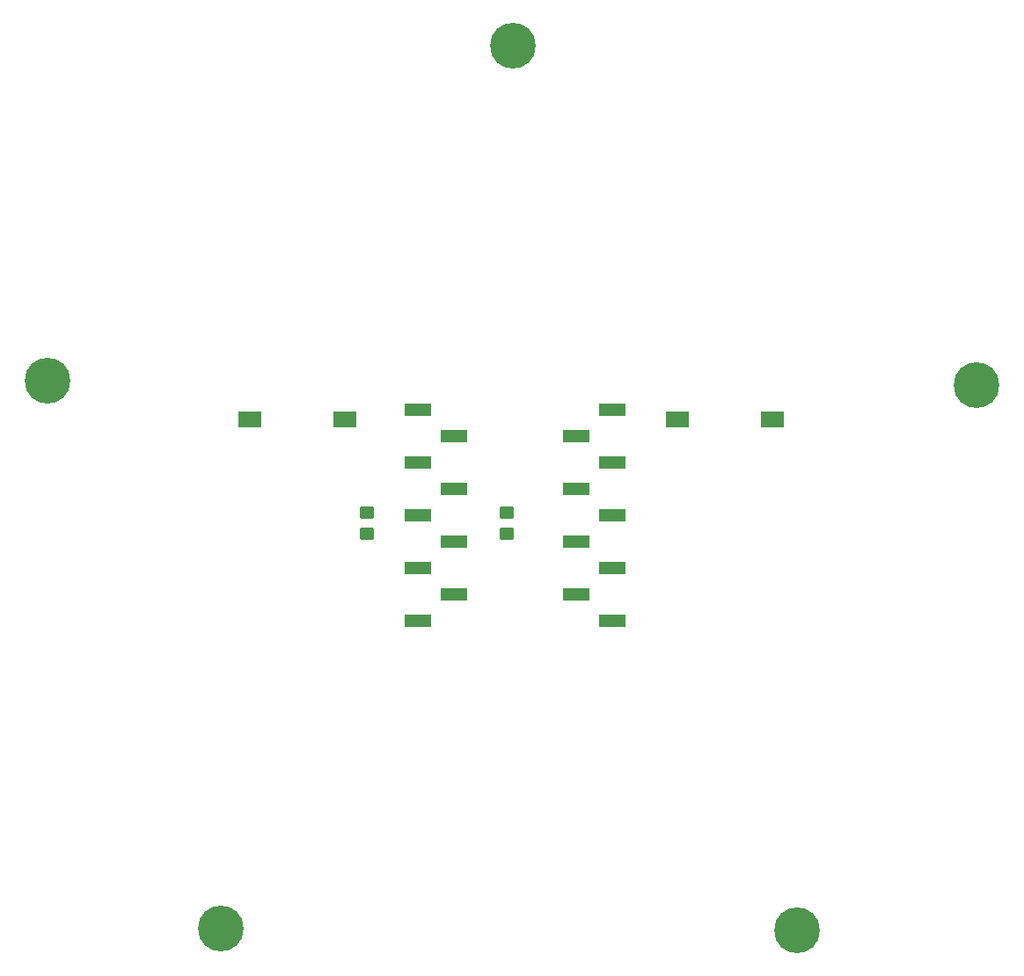
<source format=gbs>
G04 #@! TF.GenerationSoftware,KiCad,Pcbnew,9.0.5*
G04 #@! TF.CreationDate,2025-10-14T20:34:03+01:00*
G04 #@! TF.ProjectId,ESP32_Xmas_Star_Module,45535033-325f-4586-9d61-735f53746172,rev?*
G04 #@! TF.SameCoordinates,Original*
G04 #@! TF.FileFunction,Soldermask,Bot*
G04 #@! TF.FilePolarity,Negative*
%FSLAX46Y46*%
G04 Gerber Fmt 4.6, Leading zero omitted, Abs format (unit mm)*
G04 Created by KiCad (PCBNEW 9.0.5) date 2025-10-14 20:34:03*
%MOMM*%
%LPD*%
G01*
G04 APERTURE LIST*
G04 Aperture macros list*
%AMRoundRect*
0 Rectangle with rounded corners*
0 $1 Rounding radius*
0 $2 $3 $4 $5 $6 $7 $8 $9 X,Y pos of 4 corners*
0 Add a 4 corners polygon primitive as box body*
4,1,4,$2,$3,$4,$5,$6,$7,$8,$9,$2,$3,0*
0 Add four circle primitives for the rounded corners*
1,1,$1+$1,$2,$3*
1,1,$1+$1,$4,$5*
1,1,$1+$1,$6,$7*
1,1,$1+$1,$8,$9*
0 Add four rect primitives between the rounded corners*
20,1,$1+$1,$2,$3,$4,$5,0*
20,1,$1+$1,$4,$5,$6,$7,0*
20,1,$1+$1,$6,$7,$8,$9,0*
20,1,$1+$1,$8,$9,$2,$3,0*%
G04 Aperture macros list end*
%ADD10C,4.400000*%
%ADD11R,2.180000X1.600000*%
%ADD12RoundRect,0.250000X0.450000X-0.350000X0.450000X0.350000X-0.450000X0.350000X-0.450000X-0.350000X0*%
%ADD13RoundRect,0.102000X-1.205000X0.510000X-1.205000X-0.510000X1.205000X-0.510000X1.205000X0.510000X0*%
%ADD14RoundRect,0.102000X1.205000X-0.510000X1.205000X0.510000X-1.205000X0.510000X-1.205000X-0.510000X0*%
G04 APERTURE END LIST*
D10*
X194421414Y-78697463D03*
X104970372Y-78314655D03*
X121674966Y-131018278D03*
X177092341Y-131155072D03*
X149801613Y-46007789D03*
D11*
X174770000Y-82000000D03*
X165590000Y-82000000D03*
X124460000Y-82000000D03*
X133640000Y-82000000D03*
D12*
X135759741Y-93000000D03*
X135759741Y-91000000D03*
X149177275Y-93000000D03*
X149177275Y-91000000D03*
D13*
X159335000Y-81040000D03*
X155905000Y-83580000D03*
X159335000Y-86120000D03*
X155905000Y-88660000D03*
X159335000Y-91200000D03*
X155905000Y-93740000D03*
X159335000Y-96280000D03*
X155905000Y-98820000D03*
X159335000Y-101360000D03*
D14*
X140665000Y-101360000D03*
X144095000Y-98820000D03*
X140665000Y-96280000D03*
X144095000Y-93740000D03*
X140665000Y-91200000D03*
X144095000Y-88660000D03*
X140665000Y-86120000D03*
X144095000Y-83580000D03*
X140665000Y-81040000D03*
M02*

</source>
